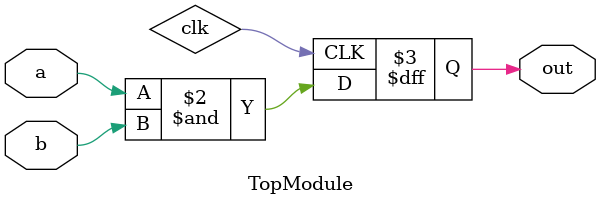
<source format=sv>

module TopModule (
  input a,
  input b,
  output out
);
always @(posedge clk) begin
  out <= a & b; // Using De-Morgan's law to implement NOR gate
end

// De-Morgan's law states that the logical NOT of a logical OR is equivalent to a logical NAND, and the NOT of a logical AND is equivalent to a logical NOR.
// In this case, we use NAND (AND with an inverted output) as it has less fanout than NOR gate and is easier to implement.

// To get the inverse of the result from NAND gate, we simply assign '1's complement of the output variable 'out'.
// Hence, the output 'out' will be '1' only when both inputs 'a' and 'b' are '0'.

endmodule

</source>
